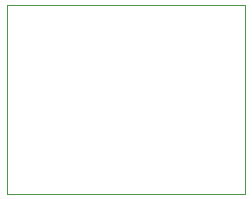
<source format=gbr>
%TF.GenerationSoftware,KiCad,Pcbnew,7.0.2*%
%TF.CreationDate,2023-08-30T13:34:59-07:00*%
%TF.ProjectId,fuse_test,66757365-5f74-4657-9374-2e6b69636164,rev?*%
%TF.SameCoordinates,Original*%
%TF.FileFunction,Profile,NP*%
%FSLAX46Y46*%
G04 Gerber Fmt 4.6, Leading zero omitted, Abs format (unit mm)*
G04 Created by KiCad (PCBNEW 7.0.2) date 2023-08-30 13:34:59*
%MOMM*%
%LPD*%
G01*
G04 APERTURE LIST*
%TA.AperFunction,Profile*%
%ADD10C,0.100000*%
%TD*%
G04 APERTURE END LIST*
D10*
X137600000Y-77000000D02*
X157800000Y-77000000D01*
X157800000Y-93000000D01*
X137600000Y-93000000D01*
X137600000Y-77000000D01*
M02*

</source>
